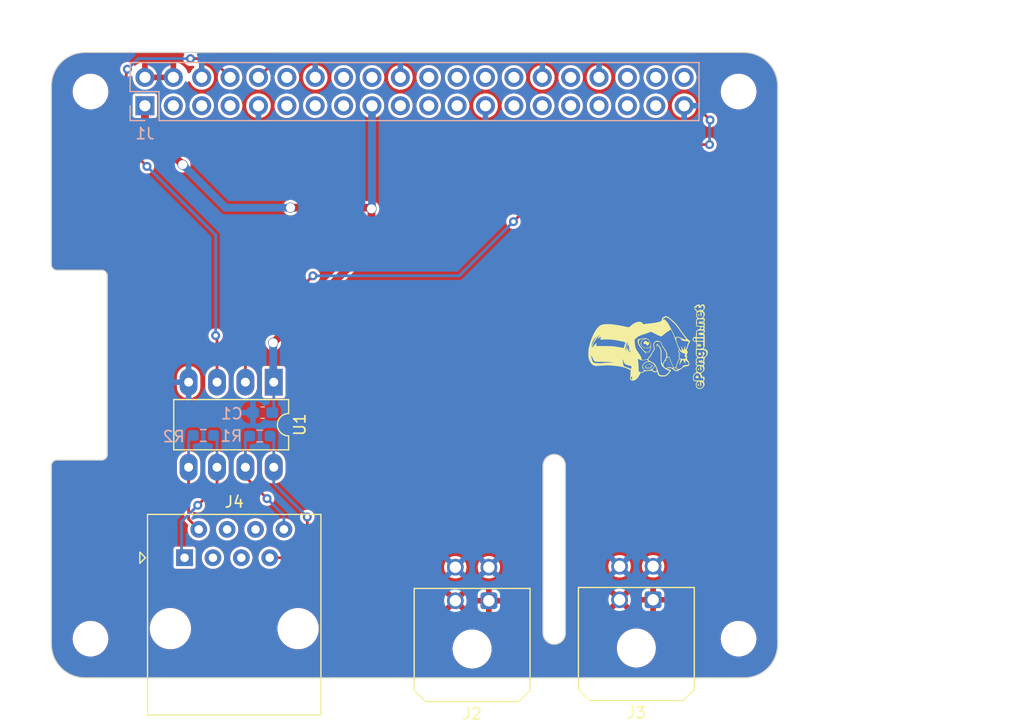
<source format=kicad_pcb>
(kicad_pcb (version 20211014) (generator pcbnew)

  (general
    (thickness 1.6)
  )

  (paper "A3")
  (title_block
    (date "15 nov 2012")
  )

  (layers
    (0 "F.Cu" signal)
    (31 "B.Cu" signal)
    (32 "B.Adhes" user "B.Adhesive")
    (33 "F.Adhes" user "F.Adhesive")
    (34 "B.Paste" user)
    (35 "F.Paste" user)
    (36 "B.SilkS" user "B.Silkscreen")
    (37 "F.SilkS" user "F.Silkscreen")
    (38 "B.Mask" user)
    (39 "F.Mask" user)
    (40 "Dwgs.User" user "User.Drawings")
    (41 "Cmts.User" user "User.Comments")
    (42 "Eco1.User" user "User.Eco1")
    (43 "Eco2.User" user "User.Eco2")
    (44 "Edge.Cuts" user)
    (45 "Margin" user)
    (46 "B.CrtYd" user "B.Courtyard")
    (47 "F.CrtYd" user "F.Courtyard")
    (48 "B.Fab" user)
    (49 "F.Fab" user)
    (50 "User.1" user)
    (51 "User.2" user)
    (52 "User.3" user)
    (53 "User.4" user)
    (54 "User.5" user)
    (55 "User.6" user)
    (56 "User.7" user)
    (57 "User.8" user)
    (58 "User.9" user)
  )

  (setup
    (stackup
      (layer "F.SilkS" (type "Top Silk Screen"))
      (layer "F.Paste" (type "Top Solder Paste"))
      (layer "F.Mask" (type "Top Solder Mask") (color "Green") (thickness 0.01))
      (layer "F.Cu" (type "copper") (thickness 0.035))
      (layer "dielectric 1" (type "core") (thickness 1.51) (material "FR4") (epsilon_r 4.5) (loss_tangent 0.02))
      (layer "B.Cu" (type "copper") (thickness 0.035))
      (layer "B.Mask" (type "Bottom Solder Mask") (color "Green") (thickness 0.01))
      (layer "B.Paste" (type "Bottom Solder Paste"))
      (layer "B.SilkS" (type "Bottom Silk Screen"))
      (copper_finish "None")
      (dielectric_constraints no)
    )
    (pad_to_mask_clearance 0)
    (aux_axis_origin 100 100)
    (grid_origin 100 100)
    (pcbplotparams
      (layerselection 0x00010fc_ffffffff)
      (disableapertmacros false)
      (usegerberextensions true)
      (usegerberattributes false)
      (usegerberadvancedattributes false)
      (creategerberjobfile false)
      (svguseinch false)
      (svgprecision 6)
      (excludeedgelayer true)
      (plotframeref false)
      (viasonmask false)
      (mode 1)
      (useauxorigin false)
      (hpglpennumber 1)
      (hpglpenspeed 20)
      (hpglpendiameter 15.000000)
      (dxfpolygonmode true)
      (dxfimperialunits true)
      (dxfusepcbnewfont true)
      (psnegative false)
      (psa4output false)
      (plotreference true)
      (plotvalue false)
      (plotinvisibletext false)
      (sketchpadsonfab false)
      (subtractmaskfromsilk true)
      (outputformat 1)
      (mirror false)
      (drillshape 0)
      (scaleselection 1)
      (outputdirectory "gerbers/")
    )
  )

  (net 0 "")
  (net 1 "GND")
  (net 2 "/GPIO[2]{slash}SDA1")
  (net 3 "/GPIO[3]{slash}SCL1")
  (net 4 "/GPIO[4]{slash}GPCLK0")
  (net 5 "/GPIO[14]{slash}TXD0")
  (net 6 "/GPIO[15]{slash}RXD0")
  (net 7 "/GPIO[17]")
  (net 8 "/GPIO[18]{slash}PCM.CLK")
  (net 9 "/GPIO[27]")
  (net 10 "/GPIO[22]")
  (net 11 "/GPIO[23]")
  (net 12 "/GPIO[24]")
  (net 13 "/GPIO[10]{slash}SPI0.MOSI")
  (net 14 "/GPIO[9]{slash}SPI0.MISO")
  (net 15 "/GPIO[25]")
  (net 16 "/GPIO[11]{slash}SPI0.SCLK")
  (net 17 "/GPIO[8]{slash}SPI0.CE0")
  (net 18 "/GPIO[7]{slash}SPI0.CE1")
  (net 19 "/ID_SDA")
  (net 20 "/ID_SCL")
  (net 21 "/GPIO[5]")
  (net 22 "/GPIO[6]")
  (net 23 "/GPIO[12]{slash}PWM0")
  (net 24 "/GPIO[13]{slash}PWM1")
  (net 25 "/GPIO[19]{slash}PCM.FS")
  (net 26 "/GPIO[16]")
  (net 27 "/GPIO[26]")
  (net 28 "/GPIO[20]{slash}PCM.DIN")
  (net 29 "/GPIO[21]{slash}PCM.DOUT")
  (net 30 "+5V")
  (net 31 "+3V3")
  (net 32 "/RS485_Z")
  (net 33 "/RS485_Y")
  (net 34 "unconnected-(J4-Pad3)")
  (net 35 "unconnected-(J4-Pad4)")
  (net 36 "unconnected-(J4-Pad5)")
  (net 37 "unconnected-(J4-Pad6)")
  (net 38 "/RS485_A")
  (net 39 "/RS485_B")

  (footprint "MountingHole:MountingHole_2.7mm_M2.5" (layer "F.Cu") (at 161.5 47.5))

  (footprint "plib:epenguin_text_small" (layer "F.Cu") (at 158.05 70.35 90))

  (footprint "Connector_RJ:RJ45_Amphenol_54602-x08_Horizontal" (layer "F.Cu") (at 111.9175 89.25))

  (footprint "Connector_Molex:Molex_Micro-Fit_3.0_43045-0400_2x02_P3.00mm_Horizontal" (layer "F.Cu") (at 153.85 93.015 180))

  (footprint "MountingHole:MountingHole_2.7mm_M2.5" (layer "F.Cu") (at 103.5 96.5))

  (footprint "Package_DIP:DIP-8_W7.62mm_LongPads" (layer "F.Cu") (at 119.9 73.525 -90))

  (footprint "MountingHole:MountingHole_2.7mm_M2.5" (layer "F.Cu") (at 103.5 47.5))

  (footprint "Connector_Molex:Molex_Micro-Fit_3.0_43045-0400_2x02_P3.00mm_Horizontal" (layer "F.Cu") (at 139.15 93.1 180))

  (footprint "MountingHole:MountingHole_2.7mm_M2.5" (layer "F.Cu") (at 161.5 96.5))

  (footprint "plib:epenguin_head_small" (layer "F.Cu") (at 152.6 70.5 90))

  (footprint "Connector_PinSocket_2.54mm:PinSocket_2x20_P2.54mm_Vertical" (layer "B.Cu") (at 108.37 48.77 -90))

  (footprint "Capacitor_SMD:C_0603_1608Metric_Pad1.08x0.95mm_HandSolder" (layer "B.Cu") (at 118.9 76.25))

  (footprint "Resistor_SMD:R_0603_1608Metric_Pad0.98x0.95mm_HandSolder" (layer "B.Cu") (at 113.6 78.3 180))

  (footprint "Resistor_SMD:R_0603_1608Metric_Pad0.98x0.95mm_HandSolder" (layer "B.Cu") (at 118.65 78.35 180))

  (gr_line (start 162 43.5) (end 103 43.5) (layer "Dwgs.User") (width 0.1) (tstamp 01542f4c-3eb2-4377-aa27-d2b8ce1768a9))
  (gr_rect locked (start 166 81.825) (end 187 97.675) (layer "Dwgs.User") (width 0.1) (fill none) (tstamp 0361f1e7-3200-462a-a139-1890cc8ecc5d))
  (gr_line (start 165 47) (end 165 46.5) (layer "Dwgs.User") (width 0.1) (tstamp 1c827ef1-a4b7-41e6-9843-2391dad87159))
  (gr_rect locked (start 187 64.45) (end 169.9 77.55) (layer "Dwgs.User") (width 0.1) (fill none) (tstamp 29df31ed-bd0f-485f-bd0e-edc97e11b54b))
  (gr_arc (start 100 46.5) (mid 100.87868 44.37868) (end 103 43.5) (layer "Dwgs.User") (width 0.1) (tstamp 42d5b9a3-d935-43ec-bdfc-fa50e30497f4))
  (gr_line (start 100 63) (end 100 81) (layer "Dwgs.User") (width 0.1) (tstamp 4785dad4-8d69-4ebb-ad9a-015d184243b4))
  (gr_line (start 100 47) (end 100 46.5) (layer "Dwgs.User") (width 0.1) (tstamp 5003d121-afa9-4506-b1cb-3d24d05e3522))
  (gr_rect locked (start 187 46.355925) (end 169.9 59.455925) (layer "Dwgs.User") (width 0.1) (fill none) (tstamp 55c2b75d-5e45-4a08-ab83-0bcdd5f03b6a))
  (gr_arc (start 162 43.5) (mid 164.12132 44.37868) (end 165 46.5) (layer "Dwgs.User") (width 0.1) (tstamp 5e402a36-e967-4e97-aadc-cb7fffb01a5a))
  (gr_arc (start 100.5 63.5) (mid 100.146447 63.353553) (end 100 63) (layer "Edge.Cuts") (width 0.1) (tstamp 1cbbeb2e-83bf-40c4-9181-345b5ff6244b))
  (gr_arc (start 162 44) (mid 164.12132 44.87868) (end 165 47) (layer "Edge.Cuts") (width 0.1) (tstamp 22a2f42c-876a-42fd-9fcb-c4fcc64c52f2))
  (gr_line (start 165 97) (end 165 47) (layer "Edge.Cuts") (width 0.1) (tstamp 28e9ec81-3c9e-45e1-be06-2c4bf6e056f0))
  (gr_line (start 100 47) (end 100 63) (layer "Edge.Cuts") (width 0.1) (tstamp 37914bed-263c-4116-a3f8-80eebeda652f))
  (gr_line (start 146 81) (end 146 96) (layer "Edge.Cuts") (width 0.1) (tstamp 79c07597-5ab9-4d26-b4b3-a70ae9dcd11d))
  (gr_line (start 144 96) (end 144 81) (layer "Edge.Cuts") (width 0.1) (tstamp 81e492f6-268f-4ce2-bb45-32834e67e85b))
  (gr_arc (start 103 100) (mid 100.87868 99.12132) (end 100 97) (layer "Edge.Cuts") (width 0.1) (tstamp 8472a348-457a-4fa7-a2e1-f3c62839464b))
  (gr_line (start 103 100) (end 162 100) (layer "Edge.Cuts") (width 0.1) (tstamp 8a7173fa-a5b9-4168-a27e-ca55f1177d0d))
  (gr_line (start 104.5 80.5) (end 100.499127 80.500001) (layer "Edge.Cuts") (width 0.1) (tstamp 97ae713b-7d2d-4a60-bcd9-2dd4b368aa15))
  (gr_arc (start 144 81) (mid 145 80) (end 146 81) (layer "Edge.Cuts") (width 0.1) (tstamp b6c3db4f-e418-4da3-aef6-5010435bcf13))
  (gr_arc (start 100 81) (mid 100.146138 80.646755) (end 100.499127 80.500001) (layer "Edge.Cuts") (width 0.1) (tstamp c389f2b1-4f48-4b83-bc49-b9c848c13388))
  (gr_arc (start 165 97) (mid 164.12132 99.12132) (end 162 100) (layer "Edge.Cuts") (width 0.1) (tstamp c7b345f0-09d6-40ac-8b3c-c73de04b41ce))
  (gr_line (start 105 64) (end 105 80) (layer "Edge.Cuts") (width 0.1) (tstamp ca58cd03-72f8-4aa1-9c49-e57771516d3b))
  (gr_arc (start 100 47) (mid 100.87868 44.87868) (end 103 44) (layer "Edge.Cuts") (width 0.1) (tstamp ccd65f21-b02e-4d31-b8df-11f6ca2d4d24))
  (gr_arc (start 146 96) (mid 145 97) (end 144 96) (layer "Edge.Cuts") (width 0.1) (tstamp d4c39290-1388-499e-abdc-d2c7dce5190a))
  (gr_line (start 100 81) (end 100 97) (layer "Edge.Cuts") (width 0.1) (tstamp e7760343-1bc1-4276-98d8-48a16a705580))
  (gr_line (start 100.5 63.5) (end 104.5 63.5) (layer "Edge.Cuts") (width 0.1) (tstamp e8b6e282-1f54-4aa1-a0f2-cc1b0a55c7aa))
  (gr_arc (start 105 80) (mid 104.853553 80.353553) (end 104.5 80.5) (layer "Edge.Cuts") (width 0.1) (tstamp f07b6ce9-d2eb-486d-bee9-15304e35501c))
  (gr_arc (start 104.5 63.5) (mid 104.853553 63.646447) (end 105 64) (layer "Edge.Cuts") (width 0.1) (tstamp f78d019e-cf6e-46b1-83f8-3ba515696edd))
  (gr_line (start 162 44) (end 103 44) (layer "Edge.Cuts") (width 0.1) (tstamp fca60233-ea1e-489e-a685-c8fb6788f150))
  (gr_text "USB" (at 177.724 71.552) (layer "Dwgs.User") (tstamp 00000000-0000-0000-0000-0000580cbbe9)
    (effects (font (size 2 2) (thickness 0.15)))
  )
  (gr_text "RJ45" (at 176.2 89.84) (layer "Dwgs.User") (tstamp 00000000-0000-0000-0000-0000580cbbeb)
    (effects (font (size 2 2) (thickness 0.15)))
  )
  (gr_text "DISPLAY (OPTIONAL)" (at 102.5 72 90) (layer "Dwgs.User") (tstamp 00000000-0000-0000-0000-0000580cbbff)
    (effects (font (size 1 1) (thickness 0.15)))
  )
  (gr_text "CAMERA (OPTIONAL)" (at 145 88.5 90) (layer "Dwgs.User") (tstamp 1811fd1a-b55e-4d16-931d-f9ec6a9e16f7)
    (effects (font (size 1 1) (thickness 0.15)))
  )
  (gr_text "USB" (at 178.232 52.248) (layer "Dwgs.User") (tstamp 3b108586-2520-4867-9c38-7334a1000bb5)
    (effects (font (size 2 2) (thickness 0.15)))
  )
  (gr_text "Extend PCB edge 0.5mm if using SMT header" (at 103 42.5) (layer "Dwgs.User") (tstamp 5655325a-c0de-4b05-aadb-72ac1902d527)
    (effects (font (size 1 1) (thickness 0.15)) (justify left))
  )
  (gr_text "PoE" (at 161.5 53.64) (layer "Dwgs.User") (tstamp 6528a76f-b7a7-4621-952f-d7da1058963a)
    (effects (font (size 1 1) (thickness 0.15)))
  )

  (segment (start 112.45 44.55) (end 114.31 44.55) (width 0.25) (layer "F.Cu") (net 5) (tstamp 19cbfa66-dc75-4ccc-ae55-f776b50ffee8))
  (segment (start 114.7 69.35) (end 114.82 69.47) (width 0.25) (layer "F.Cu") (net 5) (tstamp 6b41a43b-2726-4840-80ac-4d33c5985add))
  (segment (start 114.82 69.47) (end 114.82 73.525) (width 0.25) (layer "F.Cu") (net 5) (tstamp 6d6c30c8-258e-4f82-a942-c30f13211d98))
  (segment (start 106.7 52.35) (end 106.7 45.6) (width 0.25) (layer "F.Cu") (net 5) (tstamp 7afaee7a-6f82-421d-8a30-65dec369968c))
  (segment (start 114.31 44.55) (end 115.99 46.23) (width 0.25) (layer "F.Cu") (net 5) (tstamp 929fa08b-c07f-495d-936d-1babd70da50c))
  (segment (start 108.55 54.2) (end 106.7 52.35) (width 0.25) (layer "F.Cu") (net 5) (tstamp abf47a4c-df9b-4a83-8ed9-0e692352418e))
  (segment (start 106.7 45.6) (end 106.8 45.5) (width 0.25) (layer "F.Cu") (net 5) (tstamp bc12d40d-28ee-4cc6-ac50-c69cacfddfc4))
  (via (at 108.55 54.2) (size 0.8) (drill 0.4) (layers "F.Cu" "B.Cu") (net 5) (tstamp 49a7b962-8a65-432c-af7e-c8e69cd81c27))
  (via (at 106.8 45.5) (size 0.8) (drill 0.4) (layers "F.Cu" "B.Cu") (net 5) (tstamp 55fa9de3-f57e-4770-9150-b231fb13af7f))
  (via (at 114.7 69.35) (size 0.8) (drill 0.4) (layers "F.Cu" "B.Cu") (net 5) (tstamp 6ac7fdba-0610-4f1b-9c6c-90ec0b6898dd))
  (via (at 112.45 44.55) (size 0.8) (drill 0.4) (layers "F.Cu" "B.Cu") (net 5) (tstamp e0a394a9-3ee3-4500-bc61-9da2eb981b1e))
  (segment (start 108.55 54.2) (end 114.7 60.35) (width 0.25) (layer "B.Cu") (net 5) (tstamp 01fef8c7-ba93-4a3a-8a5e-bdd484249a68))
  (segment (start 114.7 60.35) (end 114.7 69.35) (width 0.25) (layer "B.Cu") (net 5) (tstamp 0366c6c0-616c-4806-bb42-8953b560682b))
  (segment (start 107.75 44.55) (end 112.45 44.55) (width 0.25) (layer "B.Cu") (net 5) (tstamp 7040844f-2874-400e-9bd6-b69d8babe61f))
  (segment (start 107.75 44.55) (end 106.8 45.5) (width 0.25) (layer "B.Cu") (net 5) (tstamp d81faca0-2e89-4c2d-a171-94eb398c131c))
  (segment (start 157.25 44.45) (end 120.31 44.45) (width 0.25) (layer "F.Cu") (net 6) (tstamp 2c3e6bef-85bc-4812-9f27-6f10f7fea01d))
  (segment (start 120.31 44.45) (end 118.53 46.23) (width 0.25) (layer "F.Cu") (net 6) (tstamp 47fe5fe1-fe63-442c-a263-da9f554836a4))
  (segment (start 148.25 52.25) (end 158.9 52.25) (width 0.25) (layer "F.Cu") (net 6) (tstamp 5ab9b4ac-a962-4c37-b5d4-bf99dfa4fc7e))
  (segment (start 158.95 50.05) (end 158.4 49.5) (width 0.25) (layer "F.Cu") (net 6) (tstamp 619f5c59-9e5d-48fc-99f2-9f3d33434d28))
  (segment (start 117.36 70.04) (end 123.4 64) (width 0.25) (layer "F.Cu") (net 6) (tstamp a214d143-802b-4c2c-b733-cb84ae8b7dbc))
  (segment (start 158.4 45.6) (end 157.25 44.45) (width 0.25) (layer "F.Cu") (net 6) (tstamp c1709d1c-e472-4a71-916f-c043ebbaaa4f))
  (segment (start 141.35 59.15) (end 148.25 52.25) (width 0.25) (layer "F.Cu") (net 6) (tstamp c9230444-5b42-4b1d-9ee3-337d681bde9a))
  (segment (start 158.4 49.5) (end 158.4 45.6) (width 0.25) (layer "F.Cu") (net 6) (tstamp e9ffd3ad-4dd5-494b-9f2b-3511639d9bcc))
  (segment (start 117.36 73.525) (end 117.36 70.04) (width 0.25) (layer "F.Cu") (net 6) (tstamp f9bc9020-825d-46d8-8a91-4449b72a0c76))
  (via (at 123.4 64) (size 0.8) (drill 0.4) (layers "F.Cu" "B.Cu") (net 6) (tstamp c3e5a081-80a0-486d-aee5-1896f3c3587f))
  (via (at 141.35 59.15) (size 0.8) (drill 0.4) (layers "F.Cu" "B.Cu") (net 6) (tstamp d0c68637-a7ae-4c46-96d1-d89c4d6839c3))
  (via (at 158.95 50.05) (size 0.8) (drill 0.4) (layers "F.Cu" "B.Cu") (net 6) (tstamp da3585be-2708-47a7-b143-937bff2c2564))
  (via (at 158.9 52.25) (size 0.8) (drill 0.4) (layers "F.Cu" "B.Cu") (net 6) (tstamp e1a926aa-a829-4a0d-bfb4-641f436de831))
  (segment (start 158.9 50.1) (end 158.95 50.05) (width 0.25) (layer "B.Cu") (net 6) (tstamp 19108cbf-115d-42d9-ace6-b5595e0d95d4))
  (segment (start 123.4 64) (end 136.5 64) (width 0.25) (layer "B.Cu") (net 6) (tstamp 3b55d3b2-ecd9-47c7-95a8-0ee94c194f2f))
  (segment (start 136.5 64) (end 141.35 59.15) (width 0.25) (layer "B.Cu") (net 6) (tstamp 3c7b61ca-7bf8-4865-8a4d-0c042fd40c79))
  (segment (start 158.9 52.25) (end 158.9 50.1) (width 0.25) (layer "B.Cu") (net 6) (tstamp 758c688c-85f5-4b8e-a6cd-278fe37065bf))
  (segment (start 108.37 48.77) (end 108.37 50.67) (width 0.7) (layer "F.Cu") (net 31) (tstamp 2f1e54fa-df23-4ccd-a272-ad916ded7bb6))
  (segment (start 128.55 57.9) (end 128.65 58) (width 0.7) (layer "F.Cu") (net 31) (tstamp 4a1ad401-e7a2-46c3-8cdb-e799711d9be0))
  (segment (start 121.4 57.9) (end 128.55 57.9) (width 0.7) (layer "F.Cu") (net 31) (tstamp 5945d9a0-821d-4681-8490-5aadfe5e5219))
  (segment (start 128.65 61.2) (end 119.85 70) (width 0.7) (layer "F.Cu") (net 31) (tstamp 76ccbdf0-8a8f-42fa-bc67-20e4ab31418d))
  (segment (start 108.37 50.67) (end 111.75 54.05) (width 0.7) (layer "F.Cu") (net 31) (tstamp 7b090aa9-8fda-4d59-bd46-0201e846c226))
  (segment (start 128.65 58) (end 128.65 61.2) (width 0.7) (layer "F.Cu") (net 31) (tstamp a5463673-e3b9-471f-a4ea-e76cba6edf6a))
  (via (at 119.85 70) (size 0.9) (drill 0.8) (layers "F.Cu" "B.Cu") (net 31) (tstamp 15835978-390a-4b4f-aee7-5071233bfa5a))
  (via (at 111.75 54.05) (size 0.9) (drill 0.8) (layers "F.Cu" "B.Cu") (net 31) (tstamp a17961a8-592d-4b8e-a1cd-03f246b401e7))
  (via (at 121.4 57.9) (size 0.9) (drill 0.8) (layers "F.Cu" "B.Cu") (net 31) (tstamp ac8ad6fa-ce2e-49d1-b6f8-4a10c735ce5f))
  (via (at 128.65 58) (size 0.9) (drill 0.8) (layers "F.Cu" "B.Cu") (net 31) (tstamp ff21577d-26bd-451b-9cbf-8effccb9c73f))
  (segment (start 119.85 73.475) (end 119.9 73.525) (width 0.7) (layer "B.Cu") (net 31) (tstamp 0f370d70-10b4-4317-a952-106b868c316a))
  (segment (start 119.9 76.1125) (end 119.9 73.525) (width 0.25) (layer "B.Cu") (net 31) (tstamp 34b7a71e-2d49-461d-ac33-ac9f47bffcf0))
  (segment (start 111.75 54.05) (end 115.6 57.9) (width 0.7) (layer "B.Cu") (net 31) (tstamp 427dec91-1c3d-44ce-b6b3-8a354e00244a))
  (segment (start 128.69 57.96) (end 128.65 58) (width 0.7) (layer "B.Cu") (net 31) (tstamp 4c711ba6-72e3-4d44-9198-0be5ee17a964))
  (segment (start 115.6 57.9) (end 121.4 57.9) (width 0.7) (layer "B.Cu") (net 31) (tstamp 72d2c1d3-d92e-4cd5-9b6d-8e61616e76ce))
  (segment (start 128.69 48.77) (end 128.69 57.96) (width 0.7) (layer "B.Cu") (net 31) (tstamp 9d914fa0-a1c7-4573-9ffc-35dc1d377b43))
  (segment (start 119.85 70) (end 119.85 73.475) (width 0.7) (layer "B.Cu") (net 31) (tstamp a439f1f2-239d-449e-b639-fe7e0478dbc8))
  (segment (start 119.7625 76.25) (end 119.9 76.1125) (width 0.25) (layer "B.Cu") (net 31) (tstamp b38a7199-6cb4-42f5-991c-f1d932b4d327))
  (segment (start 114.82 82.83) (end 113.1 84.55) (width 0.25) (layer "F.Cu") (net 32) (tstamp 1019884c-3d0a-4c44-a20b-f32b2e825aa5))
  (segment (start 114.82 81.145) (end 114.82 82.83) (width 0.25) (layer "F.Cu") (net 32) (tstamp de95b452-0b4e-4deb-a68c-bf1f579cd16e))
  (via (at 113.1 84.55) (size 0.8) (drill 0.4) (layers "F.Cu" "B.Cu") (net 32) (tstamp 3da2a60a-42ed-40ed-a32a-437b5ef021a5))
  (segment (start 111.65 86) (end 111.65 88.9825) (width 0.25) (layer "B.Cu") (net 32) (tstamp 1869cd87-59b9-410d-a868-ff4e3a47bbb8))
  (segment (start 114.82 78.6075) (end 114.82 81.145) (width 0.25) (layer "B.Cu") (net 32) (tstamp 27a15fb7-8d3d-46f2-9b7a-af52f93a164a))
  (segment (start 113.1 84.55) (end 111.65 86) (width 0.25) (layer "B.Cu") (net 32) (tstamp 546f6111-8feb-4621-97d8-e920c58d5170))
  (segment (start 111.65 88.9825) (end 111.9175 89.25) (width 0.25) (layer "B.Cu") (net 32) (tstamp 99fd2e45-d525-4ea1-be41-164fab8f7e2a))
  (segment (start 114.5125 78.3) (end 114.82 78.6075) (width 0.25) (layer "B.Cu") (net 32) (tstamp adf33557-2c9a-4d3e-a825-1ec799772386))
  (segment (start 112.28 85.8025) (end 113.1875 86.71) (width 0.25) (layer "F.Cu") (net 33) (tstamp 40c29bf5-dd43-4875-b175-074c1081a9e5))
  (segment (start 112.28 81.145) (end 112.28 85.8025) (width 0.25) (layer "F.Cu") (net 33) (tstamp 93143086-dd64-408e-b4f7-9cb8522019b0))
  (segment (start 112.28 78.7075) (end 112.28 81.145) (width 0.25) (layer "B.Cu") (net 33) (tstamp dbc2c965-ccd0-4812-bba1-05ce8ec30be2))
  (segment (start 112.6875 78.3) (end 112.28 78.7075) (width 0.25) (layer "B.Cu") (net 33) (tstamp e26ff11c-45ca-4cbc-be3a-f77ab7618e67))
  (segment (start 122.9 87.4) (end 121.05 89.25) (width 0.25) (layer "F.Cu") (net 38) (tstamp 20746983-0418-4207-b649-a9c0a62d8698))
  (segment (start 121.05 89.25) (end 119.5375 89.25) (width 0.25) (layer "F.Cu") (net 38) (tstamp 4b9aab5f-f0e0-4bb9-98ee-1c6d9a03674b))
  (segment (start 122.9 85.6) (end 122.9 87.4) (width 0.25) (layer "F.Cu") (net 38) (tstamp c87bf027-318d-4e77-9c7d-d405906a2371))
  (via (at 122.9 85.6) (size 0.8) (drill 0.4) (layers "F.Cu" "B.Cu") (net 38) (tstamp 8e128eac-223d-49ee-901e-0f358d8fe07a))
  (segment (start 119.9 78.6875) (end 119.9 81.145) (width 0.25) (layer "B.Cu") (net 38) (tstamp 6966f353-d5d9-46ad-ab08-8505a126b3d8))
  (segment (start 119.5625 78.35) (end 119.9 78.6875) (width 0.25) (layer "B.Cu") (net 38) (tstamp c309697f-b729-437d-afa5-a82bd5da75e9))
  (segment (start 119.9 81.145) (end 119.9 82.6) (width 0.25) (layer "B.Cu") (net 38) (tstamp c8d51ca8-7a40-4a5b-ab53-84e15c18731a))
  (segment (start 119.9 82.6) (end 122.9 85.6) (width 0.25) (layer "B.Cu") (net 38) (tstamp e0786e02-90b1-4161-90d6-cef639535671))
  (segment (start 117.36 82.01) (end 119.3 83.95) (width 0.25) (layer "F.Cu") (net 39) (tstamp 283ad5a0-4204-4a90-96c1-0d3dc8d8609c))
  (segment (start 117.36 81.145) (end 117.36 82.01) (width 0.25) (layer "F.Cu") (net 39) (tstamp 9f570969-0e81-43e2-84da-034f6f7ca92e))
  (via (at 119.3 83.95) (size 0.8) (drill 0.4) (layers "F.Cu" "B.Cu") (net 39) (tstamp a900259d-df3f-46eb-8e3a-f261c188d706))
  (segment (start 117.7375 78.35) (end 117.36 78.7275) (width 0.25) (layer "B.Cu") (net 39) (tstamp 6b8201d0-7949-4a92-83a9-a3fd574b1597))
  (segment (start 117.36 78.7275) (end 117.36 81.145) (width 0.25) (layer "B.Cu") (net 39) (tstamp 9fd413e8-5fb4-415e-bbf0-269d29d53fe3))
  (segment (start 120.8075 86.71) (end 120.8075 85.4575) (width 0.25) (layer "B.Cu") (net 39) (tstamp d37e81d2-80d2-419c-8265-cf1c2370f093))
  (segment (start 120.8075 85.4575) (end 119.3 83.95) (width 0.25) (layer "B.Cu") (net 39) (tstamp ddfc4cf4-4a5e-46ef-a12c-6ff347933874))

  (zone (net 30) (net_name "+5V") (layer "F.Cu") (tstamp 3bf80588-f295-460e-936b-6c1300f9cb2a) (hatch edge 0.508)
    (connect_pads (clearance 0))
    (min_thickness 0.254) (filled_areas_thickness no)
    (fill yes (thermal_gap 0.508) (thermal_bridge_width 0.508))
    (polygon
      (pts
        (xy 165.5 102.45)
        (xy 95.4 103.3)
        (xy 96.7 41)
        (xy 165.9 40.3)
      )
    )
    (filled_polygon
      (layer "F.Cu")
      (pts
        (xy 111.832922 44.070502)
        (xy 111.879415 44.124158)
        (xy 111.889519 44.194432)
        (xy 111.876125 44.235192)
        (xy 111.872501 44.240348)
        (xy 111.815309 44.387039)
        (xy 111.814318 44.394568)
        (xy 111.796658 44.528707)
        (xy 111.794758 44.543138)
        (xy 111.812035 44.699633)
        (xy 111.866143 44.84749)
        (xy 111.87038 44.853796)
        (xy 111.870382 44.853799)
        (xy 111.907929 44.909674)
        (xy 111.953958 44.978172)
        (xy 111.976718 44.998882)
        (xy 112.045647 45.061602)
        (xy 112.07041 45.084135)
        (xy 112.077085 45.087759)
        (xy 112.202099 45.155637)
        (xy 112.202101 45.155638)
        (xy 112.208776 45.159262)
        (xy 112.216125 45.16119)
        (xy 112.353719 45.197287)
        (xy 112.353721 45.197287)
        (xy 112.361069 45.199215)
        (xy 112.44438 45.200524)
        (xy 112.510898 45.201569)
        (xy 112.510901 45.201569)
        (xy 112.518495 45.201688)
        (xy 112.525899 45.199992)
        (xy 112.525901 45.199992)
        (xy 112.620811 45.178255)
        (xy 112.691678 45.182544)
        (xy 112.748976 45.224467)
        (xy 112.774513 45.290711)
        (xy 112.760182 45.360246)
        (xy 112.732018 45.395806)
        (xy 112.648305 45.46922)
        (xy 112.523089 45.628057)
        (xy 112.5204 45.633168)
        (xy 112.520398 45.633171)
        (xy 112.429365 45.806196)
        (xy 112.379946 45.857169)
        (xy 112.310814 45.873332)
        (xy 112.243917 45.849553)
        (xy 112.200437 45.790654)
        (xy 112.199955 45.790863)
        (xy 112.199043 45.788766)
        (xy 112.198581 45.78814)
        (xy 112.197895 45.786126)
        (xy 112.112972 45.590814)
        (xy 112.108105 45.581739)
        (xy 111.992426 45.402926)
        (xy 111.986136 45.394757)
        (xy 111.842806 45.23724)
        (xy 111.835273 45.230215)
        (xy 111.668139 45.098222)
        (xy 111.659552 45.092517)
        (xy 111.473117 44.989599)
        (xy 111.463705 44.985369)
        (xy 111.262959 44.91428)
        (xy 111.252988 44.911646)
        (xy 111.181837 44.898972)
        (xy 111.16854 44.900432)
        (xy 111.164 44.914989)
        (xy 111.164 46.358)
        (xy 111.143998 46.426121)
        (xy 111.090342 46.472614)
        (xy 111.038 46.484)
        (xy 108.242 46.484)
        (xy 108.173879 46.463998)
        (xy 108.127386 46.410342)
        (xy 108.116 46.358)
        (xy 108.116 45.957885)
        (xy 108.624 45.957885)
        (xy 108.628475 45.973124)
        (xy 108.629865 45.974329)
        (xy 108.637548 45.976)
        (xy 110.637885 45.976)
        (xy 110.653124 45.971525)
        (xy 110.654329 45.970135)
        (xy 110.656 45.962452)
        (xy 110.656 44.913102)
        (xy 110.652082 44.899758)
        (xy 110.637806 44.897771)
        (xy 110.599324 44.90366)
        (xy 110.589288 44.906051)
        (xy 110.386868 44.972212)
        (xy 110.377359 44.976209)
        (xy 110.188463 45.074542)
        (xy 110.179738 45.080036)
        (xy 110.009433 45.207905)
        (xy 110.001726 45.214748)
        (xy 109.85459 45.368717)
        (xy 109.848104 45.376727)
        (xy 109.743193 45.530521)
        (xy 109.688282 45.575524)
        (xy 109.617757 45.583695)
        (xy 109.55401 45.552441)
        (xy 109.533313 45.527957)
        (xy 109.452427 45.402926)
        (xy 109.446136 45.394757)
        (xy 109.302806 45.23724)
        (xy 109.295273 45.230215)
        (xy 109.128139 45.098222)
        (xy 109.119552 45.092517)
        (xy 108.933117 44.989599)
        (xy 108.923705 44.985369)
        (xy 108.722959 44.91428)
        (xy 108.712988 44.911646)
        (xy 108.641837 44.898972)
        (xy 108.62854 44.900432)
        (xy 108.624 44.914989)
        (xy 108.624 45.957885)
        (xy 108.116 45.957885)
        (xy 108.116 44.913102)
        (xy 108.112082 44.899758)
        (xy 108.097806 44.897771)
        (xy 108.059324 44.90366)
        (xy 108.049288 44.906051)
        (xy 107.846868 44.972212)
        (xy 107.837359 44.976209)
        (xy 107.648463 45.074542)
        (xy 107.639738 45.080036)
        (xy 107.521192 45.169043)
        (xy 107.454707 45.193949)
        (xy 107.385311 45.178957)
        (xy 107.3417 45.139651)
        (xy 107.295838 45.072922)
        (xy 107.295833 45.072916)
        (xy 107.291531 45.066657)
        (xy 107.244971 45.025174)
        (xy 107.179648 44.966972)
        (xy 107.179645 44.96697)
        (xy 107.173976 44.961919)
        (xy 107.034831 44.888245)
        (xy 106.897695 44.853799)
        (xy 106.889498 44.85174)
        (xy 106.889496 44.85174)
        (xy 106.882128 44.849889)
        (xy 106.87453 44.849849)
        (xy 106.874528 44.849849)
        (xy 106.807319 44.849497)
        (xy 106.724684 44.849065)
        (xy 106.717305 44.850837)
        (xy 106.717301 44.850837)
        (xy 106.578967 44.884048)
        (xy 106.578963 44.884049)
        (xy 106.571588 44.88582)
        (xy 106.516236 44.914389)
        (xy 106.455956 44.945502)
        (xy 106.431679 44.958032)
        (xy 106.425957 44.963024)
        (xy 106.425955 44.963025)
        (xy 106.318759 45.056538)
        (xy 106.318756 45.056541)
        (xy 106.313034 45.061533)
        (xy 106.274269 45.116689)
        (xy 106.227986 45.182544)
        (xy 106.222501 45.190348)
        (xy 106.165309 45.337039)
        (xy 106.160599 45.372818)
        (xy 106.146898 45.476885)
        (xy 106.144758 45.493138)
        (xy 106.162035 45.649633)
        (xy 106.216143 45.79749)
        (xy 106.22038 45.803796)
        (xy 106.220382 45.803799)
        (xy 106.303081 45.926867)
        (xy 106.3245 45.997143)
        (xy 106.3245 52.296504)
        (xy 106.322021 52.319801)
        (xy 106.321923 52.321886)
        (xy 106.319731 52.332066)
        (xy 106.320955 52.342405)
        (xy 106.323627 52.364984)
        (xy 106.323971 52.370821)
        (xy 106.324072 52.370813)
        (xy 106.3245 52.375992)
        (xy 106.3245 52.381193)
        (xy 106.325354 52.386321)
        (xy 106.325354 52.386327)
        (xy 106.327628 52.399987)
        (xy 106.328465 52.405863)
        (xy 106.334424 52.45621)
        (xy 106.338346 52.464377)
        (xy 106.339833 52.473313)
        (xy 106.344777 52.482475)
        (xy 106.344778 52.482479)
        (xy 106.363906 52.517929)
        (xy 106.366602 52.52322)
        (xy 106.388537 52.5689)
        (xy 106.392094 52.573131)
        (xy 106.394026 52.575063)
        (xy 106.395745 52.576937)
        (xy 106.395819 52.577074)
        (xy 106.395709 52.577174)
        (xy 106.396132 52.577654)
        (xy 106.399194 52.583329)
        (xy 106.406841 52.590398)
        (xy 106.406842 52.590399)
        (xy 106.438367 52.61954)
        (xy 106.441933 52.62297)
        (xy 107.864472 54.045509)
        (xy 107.898498 54.107821)
        (xy 107.900299 54.151049)
        (xy 107.894758 54.193138)
        (xy 107.912035 54.349633)
        (xy 107.966143 54.49749)
        (xy 107.97038 54.503796)
        (xy 107.970382 54.503799)
        (xy 107.986399 54.527634)
        (xy 108.053958 54.628172)
        (xy 108.07627 54.648474)
        (xy 108.150066 54.715623)
        (xy 108.17041 54.734135)
        (xy 108.202687 54.75166)
        (xy 108.302099 54.805637)
        (xy 108.302101 54.805638)
        (xy 108.308776 54.809262)
        (xy 108.316125 54.81119)
        (xy 108.453719 54.847287)
        (xy 108.453721 54.847287)
        (xy 108.461069 54.849215)
        (xy 108.54438 54.850524)
        (xy 108.610898 54.851569)
        (xy 108.610901 54.851569)
        (xy 108.618495 54.851688)
        (xy 108.771968 54.816538)
        (xy 108.912625 54.745795)
        (xy 108.949937 54.713928)
        (xy 109.026574 54.648474)
        (xy 109.026576 54.648471)
        (xy 109.032348 54.643542)
        (xy 109.124224 54.515683)
        (xy 109.18295 54.369598)
        (xy 109.205134 54.213723)
        (xy 109.205278 54.2)
        (xy 109.186363 54.043694)
        (xy 109.13071 53.896412)
        (xy 109.041531 53.766657)
        (xy 108.985594 53.716819)
        (xy 108.929648 53.666972)
        (xy 108.929645 53.66697)
        (xy 108.923976 53.661919)
        (xy 108.784831 53.588245)
        (xy 108.745222 53.578296)
        (xy 108.639498 53.55174)
        (xy 108.639496 53.55174)
        (xy 108.632128 53.549889)
        (xy 108.62453 53.549849)
        (xy 108.624528 53.549849)
        (xy 108.575331 53.549592)
        (xy 108.481671 53.549102)
        (xy 108.413657 53.528744)
        (xy 108.393236 53.512199)
        (xy 107.112405 52.231368)
        (xy 107.078379 52.169056)
        (xy 107.0755 52.142273)
        (xy 107.0755 49.821014)
        (xy 107.095502 49.752893)
        (xy 107.149158 49.7064)
        (xy 107.219432 49.696296)
        (xy 107.284012 49.72579)
        (xy 107.306266 49.751013)
        (xy 107.339399 49.800601)
        (xy 107.42226 49.855966)
        (xy 107.495326 49.8705)
        (xy 107.6435 49.8705)
        (xy 107.711621 49.890502)
        (xy 107.758114 49.944158)
        (xy 107.7695 49.9965)
        (xy 107.7695 50.622381)
        (xy 107.768422 50.638827)
        (xy 107.764318 50.67)
        (xy 107.7695 50.709361)
        (xy 107.784956 50.826762)
        (xy 107.845464 50.972841)
        (xy 107.941718 51.098282)
        (xy 107.948264 51.103305)
        (xy 107.966671 51.117429)
        (xy 107.979062 51.128297)
        (xy 111.043961 54.193196)
        (xy 111.073192 54.238989)
        (xy 111.121266 54.370356)
        (xy 111.125502 54.376659)
        (xy 111.125502 54.37666)
        (xy 111.138574 54.396113)
        (xy 111.21583 54.511083)
        (xy 111.221442 54.51619)
        (xy 111.221445 54.516193)
        (xy 111.335612 54.620077)
        (xy 111.335616 54.62008)
        (xy 111.341233 54.625191)
        (xy 111.347906 54.628814)
        (xy 111.34791 54.628817)
        (xy 111.483558 54.702467)
        (xy 111.48356 54.702468)
        (xy 111.490235 54.706092)
        (xy 111.497584 54.70802)
        (xy 111.646883 54.747188)
        (xy 111.646885 54.747188)
        (xy 111.654233 54.749116)
        (xy 111.740609 54.750473)
        (xy 111.816161 54.75166)
        (xy 111.816164 54.75166)
        (xy 111.82376 54.751779)
        (xy 111.831165 54.750083)
        (xy 111.831166 54.750083)
        (xy 111.923111 54.729025)
        (xy 111.989029 54.713928)
        (xy 112.140498 54.637747)
        (xy 112.269423 54.527634)
        (xy 112.368361 54.389947)
        (xy 112.431601 54.232634)
        (xy 112.45549 54.064778)
        (xy 112.455645 54.05)
        (xy 112.435276 53.88168)
        (xy 112.375345 53.723077)
        (xy 112.279312 53.583349)
        (xy 112.243835 53.55174)
        (xy 112.158392 53.475612)
        (xy 112.158388 53.47561)
        (xy 112.152721 53.47056)
        (xy 112.002881 53.391224)
        (xy 111.968201 53.382513)
        (xy 111.953293 53.378768)
        (xy 111.894894 53.345659)
        (xy 109.007405 50.45817)
        (xy 108.973379 50.395858)
        (xy 108.9705 50.369075)
        (xy 108.9705 49.9965)
        (xy 108.990502 49.928379)
        (xy 109.044158 49.881886)
        (xy 109.0965 49.8705)
        (xy 109.244674 49.8705)
        (xy 109.31774 49.855966)
        (xy 109.400601 49.800601)
        (xy 109.455966 49.71774)
        (xy 109.4705 49.644674)
        (xy 109.4705 47.895326)
        (xy 109.455966 47.82226)
        (xy 109.400601 47.739399)
        (xy 109.31774 47.684034)
        (xy 109.244674 47.6695)
        (xy 109.062169 47.6695)
        (xy 108.994048 47.649498)
        (xy 108.947555 47.595842)
        (xy 108.937451 47.525568)
        (xy 108.966945 47.460988)
        (xy 109.006737 47.430348)
        (xy 109.0631 47.402736)
        (xy 109.071945 47.397464)
        (xy 109.245328 47.273792)
        (xy 109.2532 47.267139)
        (xy 109.404052 47.116812)
        (xy 109.41073 47.108965)
        (xy 109.538022 46.931819)
        (xy 109.539147 46.932627)
        (xy 109.586669 46.888876)
        (xy 109.656607 46.876661)
        (xy 109.722046 46.904197)
        (xy 109.74987 46.936028)
        (xy 109.80769 47.030383)
        (xy 109.813777 47.038699)
        (xy 109.953213 47.199667)
        (xy 109.96058 47.206883)
        (xy 110.124434 47.342916)
        (xy 110.132881 47.348831)
        (xy 110.316756 47.456279)
        (xy 110.326042 47.460729)
        (xy 110.480802 47.519825)
        (xy 110.537305 47.562812)
        (xy 110.561598 47.629523)
        (xy 110.545968 47.698778)
        (xy 110.495377 47.748588)
        (xy 110.479465 47.755747)
        (xy 110.478885 47.755961)
        (xy 110.434193 47.772449)
        (xy 110.260371 47.875862)
        (xy 110.108305 48.00922)
        (xy 109.983089 48.168057)
        (xy 109.888914 48.347053)
        (xy 109.828937 48.540213)
        (xy 109.805164 48.741069)
        (xy 109.818392 48.942894)
        (xy 109.819815 48.948496)
        (xy 109.858419 49.1005)
        (xy 109.868178 49.138928)
        (xy 109.952856 49.322607)
        (xy 109.956189 49.327323)
        (xy 110.012991 49.407696)
        (xy 110.069588 49.48778)
        (xy 110.07373 49.491815)
        (xy 110.103506 49.520821)
        (xy 110.214466 49.628913)
        (xy 110.382637 49.741282)
        (xy 110.38794 49.74356)
        (xy 110.387943 49.743562)
        (xy 110.563163 49.818842)
        (xy 110.56847 49.821122)
        (xy 110.76574 49.86576)
        (xy 110.771509 49.865987)
        (xy 110.771512 49.865987)
        (xy 110.847683 49.868979)
        (xy 110.967842 49.8737)
        (xy 111.054132 49.861189)
        (xy 111.162286 49.845508)
        (xy 111.162291 49.845507)
        (xy 111.168007 49.844678)
        (xy 111.173479 49.84282)
        (xy 111.173481 49.84282)
        (xy 111.354067 49.781519)
        (xy 111.354069 49.781518)
        (xy 111.359531 49.779664)
        (xy 111.536001 49.680837)
        (xy 111.598433 49.628913)
        (xy 111.687073 49.555191)
        (xy 111.691505 49.551505)
        (xy 111.785703 49.438245)
        (xy 111.817146 49.400439)
        (xy 111.820837 49.396001)
        (xy 111.919664 49.219531)
        (xy 111.960136 49.100307)
        (xy 111.98282 49.033481)
        (xy 111.98282 49.033479)
        (xy 111.984678 49.028007)
        (xy 111.985507 49.022291)
        (xy 111.985508 49.022286)
        (xy 112.013167 48.831516)
        (xy 112.0137 48.827842)
        (xy 112.015215 48.77)
        (xy 112.012557 48.741069)
        (xy 112.345164 48.741069)
        (xy 112.358392 48.942894)
        (xy 112.359815 48.948496)
        (xy 112.398419 49.1005)
        (xy 112.408178 49.138928)
        (xy 112.492856 49.322607)
        (xy 112.496189 49.327323)
        (xy 112.552991 49.407696)
        (xy 112.609588 49.48778)
        (xy 112.61373 49.491815)
        (xy 112.643506 49.520821)
        (xy 112.754466 49.628913)
        (xy 112.922637 49.741282)
        (xy 112.92794 49.74356)
        (xy 112.927943 49.743562)
        (xy 113.103163 49.818842)
        (xy 113.10847 49.821122)
        (xy 113.30574 49.86576)
        (xy 113.311509 49.865987)
        (xy 113.311512 49.865987)
        (xy 113.387683 49.868979)
        (xy 113.507842 49.8737)
        (xy 113.594132 49.861189)
        (xy 113.702286 49.845508)
        (xy 113.702291 49.845507)
        (xy 113.708007 49.844678)
        (xy 113.713479 49.84282)
        (xy 113.713481 49.84282)
        (xy 113.894067 49.781519)
        (xy 113.894069 49.781518)
        (xy 113.899531 49.779664)
        (xy 114.076001 49.680837)
        (xy 114.138433 49.628913)
        (xy 114.227073 49.555191)
        (xy 114.231505 49.551505)
        (xy 114.325703 49.438245)
        (xy 114.357146 49.400439)
        (xy 114.360837 49.396001)
        (xy 114.459664 49.219531)
        (xy 114.500136 49.100307)
        (xy 114.52282 49.033481)
        (xy 114.52282 49.033479)
        (xy 114.524678 49.028007)
        (xy 114.525507 49.022291)
        (xy 114.525508 49.022286)
        (xy 114.553167 48.831516)
        (xy 114.5537 48.827842)
        (xy 114.555215 48.77)
        (xy 114.552557 48.741069)
        (xy 114.885164 48.741069)
        (xy 114.898392 48.942894)
        (xy 114.899815 48.948496)
        (xy 114.938419 49.1005)
        (xy 114.948178 49.138928)
        (xy 115.032856 49.322607)
        (xy 115.036189 49.327323)
        (xy 115.092991 49.407696)
        (xy 115.149588 49.48778)
        (xy 115.15373 49.491815)
        (xy 115.183506 49.520821)
        (xy 115.294466 49.628913)
        (xy 115.462637 49.741282)
        (xy 115.46794 49.74356)
        (xy 115.467943 49.743562)
        (xy 115.643163 49.818842)
        (xy 115.64847 49.821122)
        (xy 115.84574 49.86576)
        (xy 115.851509 49.865987)
        (xy 115.851512 49.865987)
        (xy 115.927683 49.868979)
        (xy 116.047842 49.8737)
        (xy 116.134132 49.861189)
        (xy 116.242286 49.845508)
        (xy 116.242291 49.845507)
        (xy 116.248007 49.844678)
        (xy 116.253479 49.84282)
        (xy 116.253481 49.84282)
        (xy 116.434067 49.781519)
        (xy 116.434069 49.781518)
        (xy 116.439531 49.779664)
        (xy 116.616001 49.680837)
        (xy 116.678433 49.628913)
        (xy 116.767073 49.555191)
        (xy 116.771505 49.551505)
        (xy 116.865703 49.438245)
        (xy 116.897146 49.400439)
        (xy 116.900837 49.396001)
        (xy 116.999664 49.219531)
        (xy 117.040136 49.100307)
        (xy 117.06282 49.033481)
        (xy 117.06282 49.033479)
        (xy 117.064678 49.028007)
        (xy 117.065507 49.022291)
        (xy 117.065508 49.022286)
        (xy 117.093167 48.831516)
        (xy 117.0937 48.827842)
        (xy 117.095215 48.77)
        (xy 117.092557 48.741069)
        (xy 117.425164 48.741069)
        (xy 117.438392 48.942894)
        (xy 117.439815 48.948496)
        (xy 117.478419 49.1005)
        (xy 117.488178 49.138928)
        (xy 117.572856 49.322607)
        (xy 117.576189 49.327323)
        (xy 117.632991 49.407696)
        (xy 117.689588 49.48778)
        (xy 117.69373 49.491815)
        (xy 117.723506 49.520821)
        (xy 117.834466 49.628913)
        (xy 118.002637 49.741282)
        (xy 118.00794 49.74356)
        (xy 118.007943 49.743562)
        (xy 118.183163 49.818842)
        (xy 118.18847 49.821122)
        (xy 118.38574 49.86576)
        (xy 118.391509 49.865987)
        (xy 118.391512 49.865987)
        (xy 118.467683 49.868979)
        (xy 118.587842 49.8737)
        (xy 118.674132 49.861189)
        (xy 118.782286 49.845508)
        (xy 118.782291 49.845507)
        (xy 118.788007 49.844678)
        (xy 118.793479 49.84282)
        (xy 118.793481 49.84282)
        (xy 118.974067 49.781519)
        (xy 118.974069 49.781518)
        (xy 118.979531 49.779664)
        (xy 119.156001 49.680837)
        (xy 119.218433 49.628913)
        (xy 119.307073 49.555191)
        (xy 119.311505 49.551505)
        (xy 119.405703 49.438245)
        (xy 119.437146 49.400439)
        (xy 119.440837 49.396001)
        (xy 119.539664 49.219531)
        (xy 119.580136 49.100307)
        (xy 119.60282 49.033481)
        (xy 119.60282 49.033479)
        (xy 119.604678 49.028007)
        (xy 119.605507 49.022291)
        (xy 119.605508 49.022286)
        (xy 119.633167 48.831516)
        (xy 119.6337 48.827842)
        (xy 119.635215 48.77)
        (xy 119.632557 48.741069)
        (xy 119.965164 48.741069)
        (xy 119.978392 48.942894)
        (xy 119.979815 48.948496)
        (xy 120.018419 49.1005)
        (xy 120.028178 49.138928)
        (xy 120.112856 49.322607)
        (xy 120.116189 49.327323)
        (xy 120.172991 49.407696)
        (xy 120.229588 49.48778)
        (xy 120.23373 49.491815)
        (xy 120.263506 49.520821)
        (xy 120.374466 49.628913)
        (xy 120.542637 49.741282)
        (xy 120.54794 49.74356)
        (xy 120.547943 49.743562)
        (xy 120.723163 49.818842)
        (xy 120.72847 49.821122)
        (xy 120.92574 49.86576)
        (xy 120.931509 49.865987)
        (xy 120.931512 49.865987)
        (xy 121.007683 49.868979)
        (xy 121.127842 49.8737)
        (xy 121.214132 49.861189)
        (xy 121.322286 49.845508)
        (xy 121.322291 49.845507)
        (xy 121.328007 49.844678)
        (xy 121.333479 49.84282)
        (xy 121.333481 49.84282)
        (xy 121.514067 49.781519)
        (xy 121.514069 49.781518)
        (xy 121.519531 49.779664)
        (xy 121.696001 49.680837)
        (xy 121.758433 49.628913)
        (xy 121.847073 49.555191)
        (xy 121.851505 49.551505)
        (xy 121.945703 49.438245)
        (xy 121.977146 49.400439)
        (xy 121.980837 49.396001)
        (xy 122.079664 49.219531)
        (xy 122.120136 49.100307)
        (xy 122.14282 49.033481)
        (xy 122.14282 49.033479)
        (xy 122.144678 49.028007)
        (xy 122.145507 49.022291)
        (xy 122.145508 49.022286)
        (xy 122.173167 48.831516)
        (xy 122.1737 48.827842)
        (xy 122.175215 48.77)
        (xy 122.172557 48.741069)
        (xy 122.505164 48.741069)
        (xy 122.518392 48.942894)
        (xy 122.519815 48.948496)
        (xy 122.558419 49.1005)
        (xy 122.568178 49.138928)
        (xy 122.652856 49.322607)
        (xy 122.656189 49.327323)
        (xy 122.712991 49.407696)
        (xy 122.769588 49.48778)
        (xy 122.77373 49.491815)
        (xy 122.803506 49.520821)
        (xy 122.914466 49.628913)
        (xy 123.082637 49.741282)
        (xy 123.08794 49.74356)
        (xy 123.087943 49.743562)
        (xy 123.263163 49.818842)
        (xy 123.26847 49.821122)
        (xy 123.46574 49.86576)
        (xy 123.471509 49.865987)
        (xy 123.471512 49.865987)
        (xy 123.547683 49.868979)
        (xy 123.667842 49.8737)
        (xy 123.754132 49.861189)
        (xy 123.862286 49.845508)
        (xy 123.862291 49.845507)
        (xy 123.868007 49.844678)
        (xy 123.873479 49.84282)
        (xy 123.873481 49.84282)
        (xy 124.054067 49.781519)
        (xy 124.054069 49.781518)
        (xy 124.059531 49.779664)
        (xy 124.236001 49.680837)
        (xy 124.298433 49.628913)
        (xy 124.387073 49.555191)
        (xy 124.391505 49.551505)
        (xy 124.485703 49.438245)
        (xy 124.517146 49.400439)
        (xy 124.520837 49.396001)
        (xy 124.619664 49.219531)
        (xy 124.660136 49.100307)
        (xy 124.68282 49.033481)
        (xy 124.68282 49.033479)
        (xy 124.684678 49.028007)
        (xy 124.685507 49.022291)
        (xy 124.685508 49.022286)
        (xy 124.713167 48.831516)
        (xy 124.7137 48.827842)
        (xy 124.715215 48.77)
        (xy 124.712557 48.741069)
        (xy 125.045164 48.741069)
        (xy 125.058392 48.942894)
        (xy 125.059815 48.948496)
        (xy 125.098419 49.1005)
        (xy 125.108178 49.138928)
        (xy 125.192856 49.322607)
        (xy 125.196189 49.327323)
        (xy 125.252991 49.407696)
        (xy 125.309588 49.48778)
        (xy 125.31373 49.491815)
        (xy 125.343506 49.520821)
        (xy 125.454466 49.628913)
        (xy 125.622637 49.741282)
        (xy 125.62794 49.74356)
        (xy 125.627943 49.743562)
        (xy 125.803163 49.818842)
        (xy 125.80847 49.821122)
        (xy 126.00574 49.86576)
        (xy 126.011509 49.865987)
        (xy 126.011512 49.865987)
        (xy 126.087683 49.868979)
        (xy 126.207842 49.8737)
        (xy 126.294132 49.861189)
        (xy 126.402286 49.845508)
        (xy 126.402291 49.845507)
        (xy 126.408007 49.844678)
        (xy 126.413479 49.84282)
        (xy 126.413481 49.84282)
        (xy 126.594067 49.781519)
        (xy 126.594069 49.781518)
        (xy 126.599531 49.779664)
        (xy 126.776001 49.680837)
        (xy 126.838433 49.628913)
        (xy 126.927073 49.555191)
        (xy 126.931505 49.551505)
        (xy 127.025703 49.438245)
        (xy 127.057146 49.400439)
        (xy 127.060837 49.396001)
        (xy 127.159664 49.219531)
        (xy 127.200136 49.100307)
        (xy 127.22282 49.033481)
        (xy 127.22282 49.033479)
        (xy 127.224678 49.028007)
        (xy 127.225507 49.022291)
        (xy 127.225508 49.022286)
        (xy 127.253167 48.831516)
        (xy 127.2537 48.827842)
        (xy 127.255215 48.77)
        (xy 127.252557 48.741069)
        (xy 127.585164 48.741069)
        (xy 127.598392 48.942894)
        (xy 127.599815 48.948496)
        (xy 127.638419 49.1005)
        (xy 127.648178 49.138928)
        (xy 127.732856 49.322607)
        (xy 127.736189 49.327323)
        (xy 127.792991 49.407696)
        (xy 127.849588 49.48778)
        (xy 127.85373 49.491815)
        (xy 127.883506 49.520821)
        (xy 127.994466 49.628913)
        (xy 128.162637 49.741282)
        (xy 128.16794 49.74356)
        (xy 128.167943 49.743562)
        (xy 128.343163 49.818842)
        (xy 128.34847 49.821122)
        (xy 128.54574 49.86576)
        (xy 128.551509 49.865987)
        (xy 128.551512 49.865987)
        (xy 128.627683 49.868979)
        (xy 128.747842 49.8737)
        (xy 128.834132 49.861189)
        (xy 128.942286 49.845508)
        (xy 128.942291 49.845507)
        (xy 128.948007 49.844678)
        (xy 128.953479 49.84282)
        (xy 128.953481 49.84282)
        (xy 129.134067 49.781519)
        (xy 129.134069 49.781518)
        (xy 129.139531 49.779664)
        (xy 129.316001 49.680837)
        (xy 129.378433 49.628913)
        (xy 129.467073 49.555191)
        (xy 129.471505 49.551505)
        (xy 129.565703 49.438245)
        (xy 129.597146 49.400439)
        (xy 129.600837 49.396001)
        (xy 129.699664 49.219531)
        (xy 129.740136 49.100307)
        (xy 129.76282 49.033481)
        (xy 129.76282 49.033479)
        (xy 129.764678 49.028007)
        (xy 129.765507 49.022291)
        (xy 129.765508 49.022286)
        (xy 129.793167 48.831516)
        (xy 129.7937 48.827842)
        (xy 129.795215 48.77)
        (xy 129.792557 48.741069)
        (xy 130.125164 48.741069)
        (xy 130.138392 48.942894)
        (xy 130.139815 48.948496)
        (xy 130.178419 49.1005)
        (xy 130.188178 49.138928)
        (xy 130.272856 49.322607)
        (xy 130.276189 49.327323)
        (xy 130.332991 49.407696)
        (xy 130.389588 49.48778)
        (xy 130.39373 49.491815)
        (xy 130.423506 49.520821)
        (xy 130.534466 49.628913)
        (xy 130.702637 49.741282)
        (xy 130.70794 49.74356)
        (xy 130.707943 49.743562)
        (xy 130.883163 49.818842)
        (xy 130.88847 49.821122)
        (xy 131.08574 49.86576)
        (xy 131.091509 49.865987)
        (xy 131.091512 49.865987)
        (xy 131.167683 49.868979)
        (xy 131.287842 49.8737)
        (xy 131.374132 49.861189)
        (xy 131.482286 49.845508)
        (xy 131.482291 49.845507)
        (xy 131.488007 49.844678)
        (xy 131.493479 49.84282)
        (xy 131.493481 49.84282)
        (xy 131.674067 49.781519)
        (xy 131.674069 49.781518)
        (xy 131.679531 49.779664)
        (xy 131.856001 49.680837)
        (xy 131.918433 49.628913)
        (xy 132.007073 49.555191)
        (xy 132.011505 49.551505)
        (xy 132.105703 49.438245)
        (xy 132.137146 49.400439)
        (xy 132.140837 49.396001)
        (xy 132.239664 49.219531)
        (xy 132.280136 49.100307)
        (xy 132.30282 49.033481)
        (xy 132.30282 49.033479)
        (xy 132.304678 49.028007)
        (xy 132.305507 49.022291)
        (xy 132.305508 49.022286)
        (xy 132.333167 48.831516)
        (xy 132.3337 48.827842)
        (xy 132.335215 48.77)
        (xy 132.332557 48.741069)
        (xy 132.665164 48.741069)
        (xy 132.678392 48.942894)
        (xy 132.679815 48.948496)
        (xy 132.718419 49.1005)
        (xy 132.728178 49.138928)
        (xy 132.812856 49.322607)
        (xy 132.816189 49.327323)
        (xy 132.872991 49.407696)
        (xy 132.929588 49.48778)
        (xy 132.93373 49.491815)
        (xy 132.963506 49.520821)
        (xy 133.074466 49.628913)
        (xy 133.242637 49.741282)
        (xy 133.24794 49.74356)
        (xy 133.247943 49.743562)
        (xy 133.423163 49.818842)
        (xy 133.42847 49.821122)
        (xy 133.62574 49.86576)
        (xy 133.631509 49.865987)
        (xy 133.631512 49.865987)
        (xy 133.707683 49.868979)
        (xy 133.827842 49.8737)
        (xy 133.914132 49.861189)
        (xy 134.022286 49.845508)
        (xy 134.022291 49.845507)
        (xy 134.028007 49.844678)
        (xy 134.033479 49.84282)
        (xy 134.033481 49.84282)
        (xy 134.214067 49.781519)
        (xy 134.214069 49.781518)
        (xy 134.219531 49.779664)
        (xy 134.396001 49.680837)
        (xy 134.458433 49.628913)
        (xy 134.547073 49.555191)
        (xy 134.551505 49.551505)
        (xy 134.645703 49.438245)
        (xy 134.677146 49.400439)
        (xy 134.680837 49.396001)
        (xy 134.779664 49.219531)
        (xy 134.820136 49.100307)
        (xy 134.84282 49.033481)
        (xy 134.84282 49.033479)
        (xy 134.844678 49.028007)
        (xy 134.845507 49.022291)
        (xy 134.845508 49.022286)
        (xy 134.873167 48.831516)
        (xy 134.8737 48.827842)
        (xy 134.875215 48.77)
        (xy 134.872557 48.741069)
        (xy 135.205164 48.741069)
        (xy 135.218392 48.942894)
        (xy 135.219815 48.948496)
        (xy 135.258419 49.1005)
        (xy 135.268178 49.138928)
        (xy 135.352856 49.322607)
        (xy 135.356189 49.327323)
        (xy 135.412991 49.407696)
        (xy 135.469588 49.48778)
        (xy 135.47373 49.491815)
        (xy 135.503506 49.520821)
        (xy 135.614466 49.628913)
        (xy 135.782637 49.741282)
        (xy 135.78794 49.74356)
        (xy 135.787943 49.743562)
        (xy 135.963163 49.818842)
        (xy 135.96847 49.821122)
        (xy 136.16574 49.86576)
        (xy 136.171509 49.865987)
        (xy 136.171512 49.865987)
        (xy 136.247683 49.868979)
        (xy 136.367842 49.8737)
        (xy 136.454132 49.861189)
        (xy 136.562286 49.845508)
        (xy 136.562291 49.845507)
        (xy 136.568007 49.844678)
        (xy 136.573479 49.84282)
        (xy 136.573481 49.84282)
        (xy 136.754067 49.781519)
        (xy 136.754069 49.781518)
        (xy 136.759531 49.779664)
        (xy 136.936001 49.680837)
        (xy 136.998433 49.628913)
        (xy 137.087073 49.555191)
        (xy 137.091505 49.551505)
        (xy 137.185703 49.438245)
        (xy 137.217146 49.400439)
        (xy 137.220837 49.396001)
        (xy 137.319664 49.219531)
        (xy 137.360136 49.100307)
        (xy 137.38282 49.033481)
        (xy 137.38282 49.033479)
        (xy 137.384678 49.028007)
        (xy 137.385507 49.022291)
        (xy 137.385508 49.022286)
        (xy 137.413167 48.831516)
        (xy 137.4137 48.827842)
        (xy 137.415215 48.77)
        (xy 137.412557 48.741069)
        (xy 137.745164 48.741069)
        (xy 137.758392 48.942894)
        (xy 137.759815 48.948496)
        (xy 137.798419 49.1005)
        (xy 137.808178 49.138928)
        (xy 137.892856 49.322607)
        (xy 137.896189 49.327323)
        (xy 137.952991 49.407696)
        (xy 138.009588 49.48778)
        (xy 138.01373 49.491815)
        (xy 138.043506 49.520821)
        (xy 138.154466 49.628913)
        (xy 138.322637 49.741282)
        (xy 138.32794 49.74356)
        (xy 138.327943 49.743562)
        (xy 138.503163 49.818842)
        (xy 138.50847 49.821122)
        (xy 138.70574 49.86576)
        (xy 138.711509 49.865987)
        (xy 138.711512 49.865987)
        (xy 138.787683 49.868979)
        (xy 138.907842 49.8737)
        (xy 138.994132 49.861189)
        (xy 139.102286 49.845508)
        (xy 139.102291 49.845507)
        (xy 139.108007 49.844678)
        (xy 139.113479 49.84282)
        (xy 139.113481 49.84282)
        (xy 139.294067 49.781519)
        (xy 139.294069 49.781518)
        (xy 139.299531 49.779664)
        (xy 139.476001 49.680837)
        (xy 139.538433 49.628913)
        (xy 139.627073 49.555191)
        (xy 139.631505 49.551505)
        (xy 139.725703 49.438245)
        (xy 139.757146 49.400439)
        (xy 139.760837 49.396001)
        (xy 139.859664 49.219531)
        (xy 139.900136 49.100307)
        (xy 139.92282 49.033481)
        (xy 139.92282 49.033479)
        (xy 139.924678 49.028007)
        (xy 139.925507 49.022291)
        (xy 139.925508 49.022286)
        (xy 139.953167 48.831516)
        (xy 139.9537 48.827842)
        (xy 139.955215 48.77)
        (xy 139.952557 48.741069)
        (xy 140.285164 48.741069)
        (xy 140.298392 48.942894)
        (xy 140.299815 48.948496)
        (xy 140.338419 49.1005)
        (xy 140.348178 49.138928)
        (xy 140.432856 49.322607)
        (xy 140.436189 49.327323)
        (xy 140.492991 49.407696)
        (xy 140.549588 49.48778)
        (xy 140.55373 49.491815)
        (xy 140.583506 49.520821)
        (xy 140.694466 49.628913)
        (xy 140.862637 49.741282)
        (xy 140.86794 49.74356)
        (xy 140.867943 49.743562)
        (xy 141.043163 49.818842)
        (xy 141.04847 49.821122)
        (xy 141.24574 49.86576)
        (xy 141.251509 49.865987)
        (xy 141.251512 49.865987)
        (xy 141.327683 49.868979)
        (xy 141.447842 49.8737)
        (xy 141.534132 49.861189)
        (xy 141.642286 49.845508)
        (xy 141.642291 49.845507)
        (xy 141.648007 49.844678)
        (xy 141.653479 49.84282)
        (xy 141.653481 49.84282)
        (xy 141.834067 49.781519)
        (xy 141.834069 49.781518)
        (xy 141.839531 49.779664)
        (xy 142.016001 49.680837)
        (xy 142.078433 49.628913)
        (xy 142.167073 49.555191)
        (xy 142.171505 49.551505)
        (xy 142.265703 49.438245)
        (xy 142.297146 49.400439)
        (xy 142.300837 49.396001)
        (xy 142.399664 49.219531)
        (xy 142.440136 49.100307)
        (xy 142.46282 49.033481)
        (xy 142.46282 49.033479)
        (xy 142.464678 49.028007)
        (xy 142.465507 49.022291)
        (xy 142.465508 49.022286)
        (xy 142.493167 48.831516)
        (xy 142.4937 48.827842)
        (xy 142.495215 48.77)
        (xy 142.492557 48.741069)
        (xy 142.825164 48.741069)
        (xy 142.838392 48.942894)
        (xy 142.839815 48.948496)
        (xy 142.878419 49.1005)
        (xy 142.888178 49.138928)
        (xy 142.972856 49.322607)
        (xy 142.976189 49.327323)
        (xy 143.032991 49.407696)
        (xy 143.089588 49.48778)
        (xy 143.09373 49.491815)
        (xy 143.123506 49.520821)
        (xy 143.234466 49.628913)
        (xy 143.402637 49.741282)
        (xy 143.40794 49.74356)
        (xy 143.407943 49.743562)
        (xy 143.583163 49.818842)
        (xy 143.58847 49.821122)
        (xy 143.78574 49.86576)
        (xy 143.791509 49.865987)
        (xy 143.791512 49.865987)
        (xy 143.867683 49.868979)
        (xy 143.987842 49.8737)
        (xy 144.074132 49.861189)
        (xy 144.182286 49.845508)
        (xy 144.182291 49.845507)
        (xy 144.188007 49.844678)
        (xy 144.193479 49.84282)
        (xy 144.193481 49.84282)
        (xy 144.374067 49.781519)
        (xy 144.374069 49.781518)
        (xy 144.379531 49.779664)
        (xy 144.556001 49.680837)
        (xy 144.618433 49.628913)
        (xy 144.707073 49.555191)
        (xy 144.711505 49.551505)
        (xy 144.805703 49.438245)
        (xy 144.837146 49.400439)
        (xy 144.840837 49.396001)
        (xy 144.939664 49.219531)
        (xy 144.980136 49.100307)
        (xy 145.00282 49.033481)
        (xy 145.00282 49.033479)
        (xy 145.004678 49.028007)
        (xy 145.005507 49.022291)
        (xy 145.005508 49.022286)
        (xy 145.033167 48.831516)
        (xy 145.0337 48.827842)
        (xy 145.035215 48.77)
        (xy 145.032557 48.741069)
        (xy 145.365164 48.741069)
        (xy 145.378392 48.942894)
        (xy 145.379815 48.948496)
        (xy 145.418419 49.1005)
        (xy 145.428178 49.138928)
        (xy 145.512856 49.322607)
        (xy 145.516189 49.327323)
        (xy 145.572991 49.407696)
        (xy 145.629588 49.48778)
        (xy 145.63373 49.491815)
        (xy 145.663506 49.520821)
        (xy 145.774466 49.628913)
        (xy 145.942637 49.741282)
        (xy 145.94794 49.74356)
        (xy 145.947943 49.743562)
        (xy 146.123163 49.818842)
        (xy 146.12847 49.821122)
        (xy 146.32574 49.86576)
        (xy 146.331509 49.865987)
        (xy 146.331512 49.865987)
        (xy 146.407683 49.868979)
        (xy 146.527842 49.8737)
        (xy 146.614132 49.861189)
        (xy 146.722286 49.845508)
        (xy 146.722291 49.845507)
        (xy 146.728007 49.844678)
        (xy 146.733479 49.84282)
        (xy 146.733481 49.84282)
        (xy 146.914067 49.781519)
        (xy 146.914069 49.781518)
        (xy 146.919531 49.779664)
        (xy 147.096001 49.680837)
        (xy 147.158433 49.628913)
        (xy 147.247073 49.555191)
        (xy 147.251505 49.551505)
        (xy 147.345703 49.438245)
        (xy 147.377146 49.400439)
        (xy 147.380837 49.396001)
        (xy 147.479664 49.219531)
        (xy 147.520136 49.100307)
        (xy 147.54282 49.033481)
        (xy 147.54282 49.033479)
        (xy 147.544678 49.028007)
        (xy 147.545507 49.022291)
        (xy 147.545508 49.022286)
        (xy 147.573167 48.831516)
        (xy 147.5737 48.827842)
        (xy 147.575215 48.77)
        (xy 147.572557 48.741069)
        (xy 147.905164 48.741069)
        (xy 147.918392 48.942894)
        (xy 147.919815 48.948496)
        (xy 147.958419 49.1005)
        (xy 147.968178 49.138928)
        (xy 148.052856 49.322607)
        (xy 148.056189 49.327323)
        (xy 148.112991 49.407696)
        (xy 148.169588 49.48778)
        (xy 148.17373 49.491815)
        (xy 148.203506 49.520821)
        (xy 148.314466 49.628913)
        (xy 148.482637 49.741282)
        (xy 148.48794 49.74356)
        (xy 148.487943 49.743562)
        (xy 148.663163 49.818842)
        (xy 148.66847 49.821122)
        (xy 148.86574 49.86576)
        (xy 148.871509 49.865987)
        (xy 148.871512 49.865987)
        (xy 148.947683 49.868979)
        (xy 149.067842 49.8737)
        (xy 149.154132 49.861189)
        (xy 149.262286 49.845508)
        (xy 149.262291 49.845507)
        (xy 149.268007 49.844678)
        (xy 149.273479 49.84282)
        (xy 149.273481 49.84282)
        (xy 149.454067 49.781519)
        (xy 149.454069 49.781518)
        (xy 149.459531 49.779664)
        (xy 149.636001 49.680837)
        (xy 149.698433 49.628913)
        (xy 149.787073 49.555191)
        (xy 149.791505 49.551505)
        (xy 149.885703 49.438245)
        (xy 149.917146 49.400439)
        (xy 149.920837 49.396001)
        (xy 150.019664 49.219531)
        (xy 150.060136 49.100307)
        (xy 150.08282 49.033481)
        (xy 150.08282 49.033479)
        (xy 150.084678 49.028007)
        (xy 150.085507 49.022291)
        (xy 150.085508 49.022286)
        (xy 150.113167 48.831516)
        (xy 150.1137 48.827842)
        (xy 150.115215 48.77)
        (xy 150.112557 48.741069)
        (xy 150.445164 48.741069)
        (xy 150.458392 48.942894)
        (xy 150.459815 48.948496)
        (xy 150.498419 49.1005)
        (xy 150.508178 49.138928)
        (xy 150.592856 49.322607)
        (xy 150.596189 49.327323)
        (xy 150.652991 49.407696)
        (xy 150.709588 49.48778)
        (xy 150.71373 49.491815)
        (xy 150.743506 49.520821)
        (xy 150.854466 49.628913)
        (xy 151.022637 49.741282)
        (xy 151.02794 49.74356)
        (xy 151.027943 49.743562)
        (xy 151.203163 49.818842)
        (xy 151.20847 49.821122)
        (xy 151.40574 49.86576)
        (xy 151.411509 49.865987)
        (xy 151.411512 49.865987)
        (xy 151.487683 49.868979)
        (xy 151.607842 49.8737)
        (xy 151.694132 49.861189)
        (xy 151.802286 49.845508)
        (xy 151.802291 49.845507)
        (xy 151.808007 49.844678)
        (xy 151.813479 49.84282)
        (xy 151.813481 49.84282)
        (xy 151.994067 49.781519)
        (xy 151.994069 49.781518)
        (xy 151.999531 49.779664)
        (xy 152.176001 49.680837)
        (xy 152.238433 49.628913)
        (xy 152.327073 49.555191)
        (xy 152.331505 49.551505)
        (xy 152.425703 49.438245)
        (xy 152.457146 49.400439)
        (xy 152.460837 49.396001)
        (xy 152.559664 49.219531)
        (xy 152.600136 49.100307)
        (xy 152.62282 49.033481)
        (xy 152.62282 49.033479)
        (xy 152.624678 49.028007)
        (xy 152.625507 49.022291)
        (xy 152.625508 49.022286)
        (xy 152.653167 48.831516)
        (xy 152.6537 48.827842)
        (xy 152.655215 48.77)
        (xy 152.652557 48.741069)
        (xy 152.985164 48.741069)
        (xy 152.998392 48.942894)
        (xy 152.999815 48.948496)
        (xy 153.038419 49.1005)
        (xy 153.048178 49.138928)
        (xy 153.132856 49.322607)
        (xy 153.136189 49.327323)
        (xy 153.192991 49.407696)
        (xy 153.249588 49.48778)
        (xy 153.25373 49.491815)
        (xy 153.283506 49.520821)
        (xy 153.394466 49.628913)
        (xy 153.562637 49.741282)
        (xy 153.56794 49.74356)
        (xy 153.567943 49.743562)
        (xy 153.743163 49.818842)
        (xy 153.74847 49.821122)
        (xy 153.94574 49.86576)
        (xy 153.951509 49.865987)
        (xy 153.951512 49.865987)
        (xy 154.027683 49.868979)
        (xy 154.147842 49.8737)
        (xy 154.234132 49.861189)
        (xy 154.342286 49.845508)
        (xy 154.342291 49.845507)
        (xy 154.348007 49.844678)
        (xy 154.353479 49.84282)
        (xy 154.353481 49.84282)
        (xy 154.534067 49.781519)
        (xy 154.534069 49.781518)
        (xy 154.539531 49.779664)
        (xy 154.716001 49.680837)
        (xy 154.778433 49.628913)
        (xy 154.867073 49.555191)
        (xy 154.871505 49.551505)
        (xy 154.965703 49.438245)
        (xy 154.997146 49.400439)
        (xy 155.000837 49.396001)
        (xy 155.099664 49.219531)
        (xy 155.140136 49.100307)
        (xy 155.16282 49.033481)
        (xy 155.16282 49.033479)
        (xy 155.164678 49.028007)
        (xy 155.165507 49.022291)
        (xy 155.165508 49.022286)
        (xy 155.193167 48.831516)
        (xy 155.1937 48.827842)
        (xy 155.195215 48.77)
        (xy 155.192557 48.741069)
        (xy 155.525164 48.741069)
        (xy 155.538392 48.942894)
        (xy 155.539815 48.948496)
        (xy 155.578419 49.1005)
        (xy 155.588178 49.138928)
        (xy 155.672856 49.322607)
        (xy 155.676189 49.327323)
        (xy 155.732991 49.407696)
        (xy 155.789588 49.48778)
        (xy 155.79373 49.491815)
        (xy 155.823506 49.520821)
        (xy 155.934466 49.628913)
        (xy 156.102637 49.741282)
        (xy 156.10794 49.74356)
        (xy 156.107943 49.743562)
        (xy 156.283163 49.818842)
        (xy 156.28847 49.821122)
        (xy 156.48574 49.86576)
        (xy 156.491509 49.865987)
        (xy 156.491512 49.865987)
        (xy 156.567683 49.868979)
        (xy 156.687842 49.8737)
        (xy 156.774132 49.861189)
        (xy 156.882286 49.845508)
        (xy 156.882291 49.845507)
        (xy 156.888007 49.844678)
        (xy 156.893479 49.84282)
        (xy 156.893481 49.84282)
        (xy 157.074067 49.781519)
        (xy 157.074069 49.781518)
        (xy 157.079531 49.779664)
        (xy 157.256001 49.680837)
        (xy 157.318433 49.628913)
        (xy 157.407073 49.555191)
        (xy 157.411505 49.551505)
        (xy 157.505703 49.438245)
        (xy 157.537146 49.400439)
        (xy 157.540837 49.396001)
        (xy 157.639664 49.219531)
        (xy 157.680136 49.100307)
        (xy 157.70282 49.033481)
        (xy 157.70282 49.033479)
        (xy 157.704678 49.028007)
        (xy 157.705507 49.022291)
        (xy 157.705508 49.022286)
        (xy 157.733167 48.831516)
        (xy 157.7337 48.827842)
        (xy 157.735215 48.77)
        (xy 157.716708 48.568591)
        (xy 157.661807 48.373926)
        (xy 157.572351 48.192527)
        (xy 157.554079 48.168057)
        (xy 157.454788 48.035091)
        (xy 157.454787 48.03509)
        (xy 157.451335 48.030467)
        (xy 157.42835 48.00922)
        (xy 157.307053 47.897094)
        (xy 157.307051 47.897092)
        (xy 157.302812 47.893174)
        (xy 157.275374 47.875862)
        (xy 157.136637 47.788325)
        (xy 157.131757 47.785246)
        (xy 156.943898 47.710298)
        (xy 156.745526 47.670839)
        (xy 156.739752 47.670763)
        (xy 156.739748 47.670763)
        (xy 156.637257 47.669422)
        (xy 156.543286 47.668192)
        (xy 156.537589 47.669171)
        (xy 156.537588 47.669171)
        (xy 156.349646 47.701465)
        (xy 156.349645 47.701465)
        (xy 156.343949 47.702444)
        (xy 156.154193 47.772449)
        (xy 155.980371 47.875862)
        (xy 155.828305 48.00922)
        (xy 155.703089 48.168057)
        (xy 155.608914 48.347053)
        (xy 155.548937 48.540213)
        (xy 155.525164 48.741069)
        (xy 155.192557 48.741069)
        (xy 155.176708 48.568591)
        (xy 155.121807 48.373926)
        (xy 155.032351 48.192527)
        (xy 155.014079 48.168057)
        (xy 154.914788 48.035091)
        (xy 154.914787 48.03509)
        (xy 154.911335 48.030467)
        (xy 154.88835 48.00922)
        (xy 154.767053 47.897094)
        (xy 154.767051 47.897092)
        (xy 154.762812 47.893174)
        (xy 154.735374 47.875862)
        (xy 154.596637 47.788325)
        (xy 154.591757 47.785246)
        (xy 154.403898 47.710298)
        (xy 154.205526 47.670839)
        (xy 154.199752 47.670763)
        (xy 154.199748 47.670763)
        (xy 154.097257 47.669422)
        (xy 154.003286 47.668192)
        (xy 153.997589 47.669171)
        (xy 153.997588 47.669171)
        (xy 153.809646 47.701465)
        (xy 153.809645 47.701465)
        (xy 153.803949 47.702444)
        (xy 153.614193 47.772449)
        (xy 153.440371 47.875862)
        (xy 153.288305 48.00922)
        (xy 153.163089 48.168057)
        (xy 153.068914 48.347053)
        (xy 153.008937 48.540213)
        (xy 152.985164 48.741069)
        (xy 152.652557 48.741069)
        (xy 152.636708 48.568591)
        (xy 152.581807 48.373926)
        (xy 152.492351 48.192527)
        (xy 152.474079 48.168057)
        (xy 152.374788 48.035091)
        (xy 152.374787 48.03509)
        (xy 152.371335 48.030467)
        (xy 152.34835 48.00922)
        (xy 152.227053 47.897094)
        (xy 152.227051 47.897092)
        (xy 152.222812 47.893174)
        (xy 152.195374 47.875862)
        (xy 152.056637 47.788325)
        (xy 152.051757 47.785246)
        (xy 151.863898 47.710298)
        (xy 151.665526 47.670839)
        (xy 151.659752 47.670763)
        (xy 151.659748 47.670763)
        (xy 151.557257 47.669422)
        (xy 151.463286 47.668192)
        (xy 151.457589 47.669171)
        (xy 151.457588 47.669171)
        (xy 151.269646 47.701465)
        (xy 151.269645 47.701465)
        (xy 151.263949 47.702444)
        (xy 151.074193 47.772449)
        (xy 150.900371 47.875862)
        (xy 150.748305 48.00922)
        (xy 150.623089 48.168057)
        (xy 150.528914 48.347053)
        (xy 150.468937 48.540213)
        (xy 150.445164 48.741069)
        (xy 150.112557 48.741069)
        (xy 150.096708 48.568591)
        (xy 150.041807 48.373926)
        (xy 149.952351 48.192527)
        (xy 149.934079 48.168057)
        (xy 149.834788 48.035091)
        (xy 149.834787 48.03509)
        (xy 149.831335 48.030467)
        (xy 149.80835 48.00922)
        (xy 149.687053 47.897094)
        (xy 149.687051 47.897092)
        (xy 149.682812 47.893174)
        (xy 149.655374 47.875862)
        (xy 149.516637 47.788325)
        (xy 149.511757 47.785246)
        (xy 149.323898 47.710298)
        (xy 149.125526 47.670839)
        (xy 149.119752 47.670763)
        (xy 149.119748 47.670763)
        (xy 149.017257 47.669422)
        (xy 148.923286 47.668192)
        (xy 148.917589 47.669171)
        (xy 148.917588 47.669171)
        (xy 148.729646 47.701465)
        (xy 148.729645 47.701465)
        (xy 148.723949 47.702444)
        (xy 148.534193 47.772449)
        (xy 148.360371 47.875862)
        (xy 148.208305 48.00922)
        (xy 148.083089 48.168057)
        (xy 147.988914 48.347053)
        (xy 147.928937 48.540213)
        (xy 147.905164 48.741069)
        (xy 147.572557 48.741069)
        (xy 147.556708 48.568591)
        (xy 147.501807 48.373926)
        (xy 147.412351 48.192527)
        (xy 147.394079 48.168057)
        (xy 147.294788 48.035091)
        (xy 147.294787 48.03509)
        (xy 147.291335 
... [479739 chars truncated]
</source>
